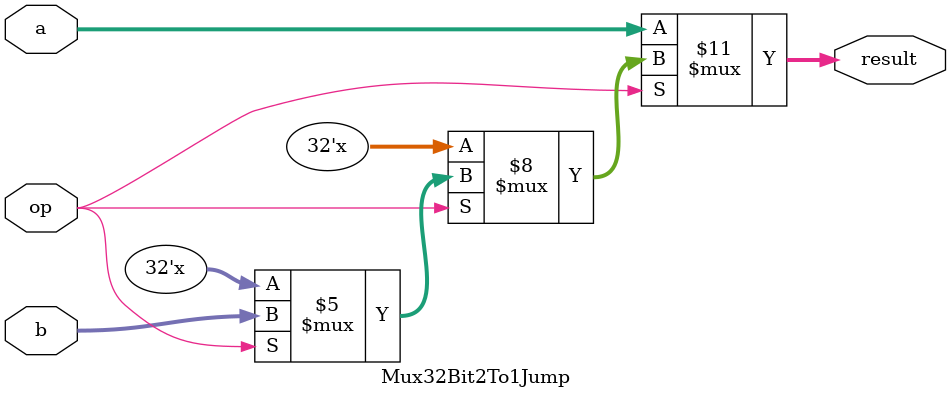
<source format=v>
`timescale 1ns / 1ps

//Structural Code
module Mux32Bit2To1Jump(a, b, op, result); 

input [31:0] a, b; // input 
input op; // mux output select
//output [31:0] result; // output
output [31:0] result;

//assign result = (a & (~op)) | (b & op); //When mux select is 0 the output will be a
													 //When mux select is 1 the output will be b
reg [31:0] result;

//always @ (a, b, op) 
always @ (a,b,op) 
begin
	if (op == 0)
		result = a;
		else if (op == 1)
		result = b;
		
/*	case(op)
		1'b0: result[31:0] = a[31:0];
		1'b1: result[31:0] = b[31:0];
	endcase */
	
end
endmodule

</source>
